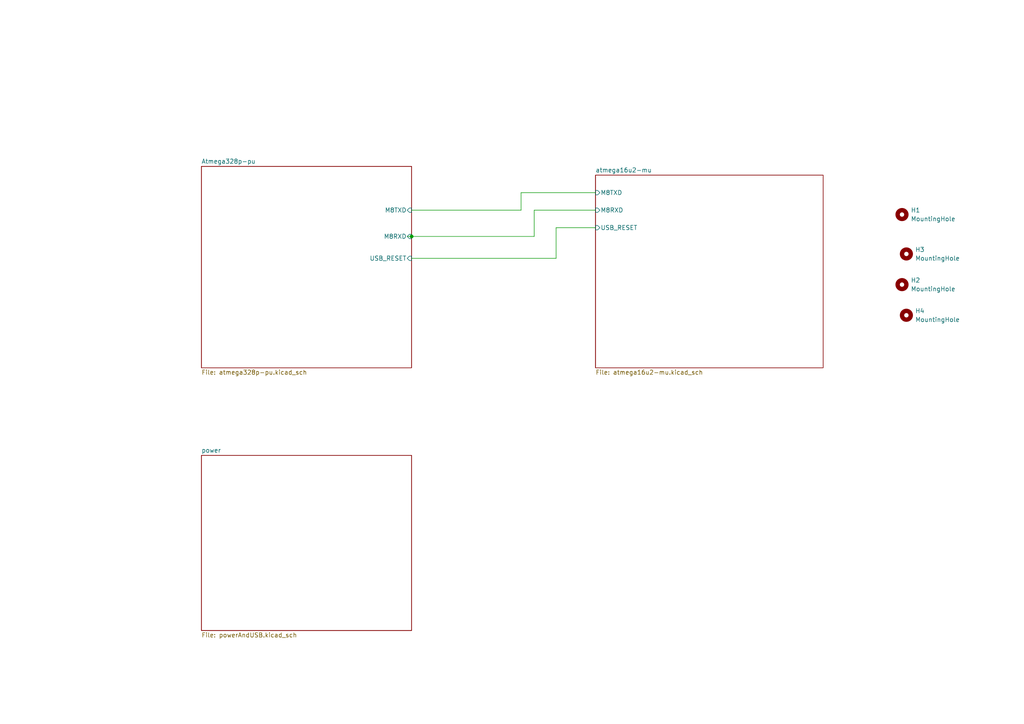
<source format=kicad_sch>
(kicad_sch (version 20211123) (generator eeschema)
  (paper "A4")
  (lib_symbols
    (symbol "Mechanical:MountingHole" (pin_names (offset 1.016))
      (property "Reference" "H" (at 0 5.08 0))
      (property "Value" "MountingHole" (at 0 3.175 0))
      (symbol "MountingHole_0_1"
        (circle (center 0 0) (radius 1.27) (stroke (width 1.27)))
      )
    )
  )
  (junction (at 119.38 68.58))
  (wire (pts (xy 161.29 74.93) (xy 161.29 66.04)))
  (wire (pts (xy 154.94 60.96) (xy 172.72 60.96)))
  (wire (pts (xy 151.13 60.96) (xy 151.13 55.88)))
  (wire (pts (xy 154.94 68.58) (xy 154.94 60.96)))
  (wire (pts (xy 151.13 55.88) (xy 172.72 55.88)))
  (wire (pts (xy 161.29 66.04) (xy 172.72 66.04)))
  (wire (pts (xy 119.38 60.96) (xy 151.13 60.96)))
  (wire (pts (xy 119.38 74.93) (xy 161.29 74.93)))
  (wire (pts (xy 119.38 68.58) (xy 154.94 68.58)))
  (wire (pts (xy 118.11 68.58) (xy 119.38 68.58)))
  (symbol (lib_id "Mechanical:MountingHole") (at 261.62 82.55 0) (unit 1)
    (property "Reference" "H2" (at 264.16 81.2799 0) (effects (justify left)))
    (property "Value" "MountingHole" (at 264.16 83.8199 0) (effects (justify left)))
  )
  (symbol (lib_id "Mechanical:MountingHole") (at 262.89 91.44 0) (unit 1)
    (property "Reference" "H4" (at 265.43 90.1699 0) (effects (justify left)))
    (property "Value" "MountingHole" (at 265.43 92.7099 0) (effects (justify left)))
  )
  (symbol (lib_id "Mechanical:MountingHole") (at 261.62 62.23 0) (unit 1)
    (property "Reference" "H1" (at 264.16 60.9599 0) (effects (justify left)))
    (property "Value" "MountingHole" (at 264.16 63.4999 0) (effects (justify left)))
  )
  (symbol (lib_id "Mechanical:MountingHole") (at 262.89 73.66 0) (unit 1)
    (property "Reference" "H3" (at 265.43 72.3899 0) (effects (justify left)))
    (property "Value" "MountingHole" (at 265.43 74.9299 0) (effects (justify left)))
  )
  (sheet (at 58.42 132.08) (size 60.96 50.8) (stroke (width 0.1524))
    (property "Sheet name" "power" (at 58.42 131.3684 0) (effects (justify left bottom)))
    (property "Sheet file" "powerAndUSB.kicad_sch" (at 58.42 183.4646 0) (effects (justify left top)))
  )
  (sheet (at 58.42 48.26) (size 60.96 58.42) (stroke (width 0.1524))
    (property "Sheet name" "Atmega328p-pu" (at 58.42 47.5484 0) (effects (justify left bottom)))
    (property "Sheet file" "atmega328p-pu.kicad_sch" (at 58.42 107.2646 0) (effects (justify left top)))
    (pin "M8TXD" input (at 119.38 60.96 0))
    (pin "M8RXD" input (at 119.38 68.58 0))
    (pin "USB_RESET" input (at 119.38 74.93 0))
  )
  (sheet (at 172.72 50.8) (size 66.04 55.88) (stroke (width 0.1524))
    (property "Sheet name" "atmega16u2-mu" (at 172.72 50.0884 0) (effects (justify left bottom)))
    (property "Sheet file" "atmega16u2-mu.kicad_sch" (at 172.72 107.2646 0) (effects (justify left top)))
    (pin "M8TXD" input (at 172.72 55.88 180))
    (pin "M8RXD" input (at 172.72 60.96 180))
    (pin "USB_RESET" input (at 172.72 66.04 180))
  )
)
</source>
